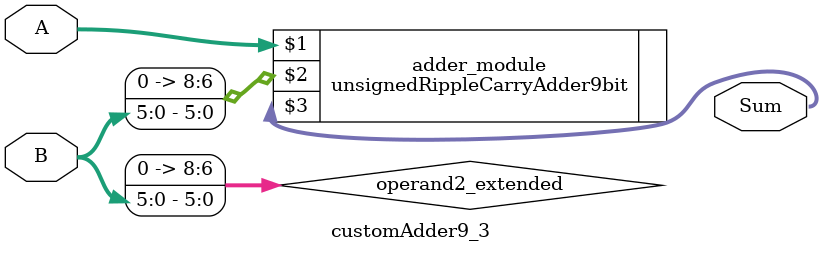
<source format=v>

module customAdder9_3(
                    input [8 : 0] A,
                    input [5 : 0] B,
                    
                    output [9 : 0] Sum
            );

    wire [8 : 0] operand2_extended;
    
    assign operand2_extended =  {3'b0, B};
    
    unsignedRippleCarryAdder9bit adder_module(
        A,
        operand2_extended,
        Sum
    );
    
endmodule
        
</source>
